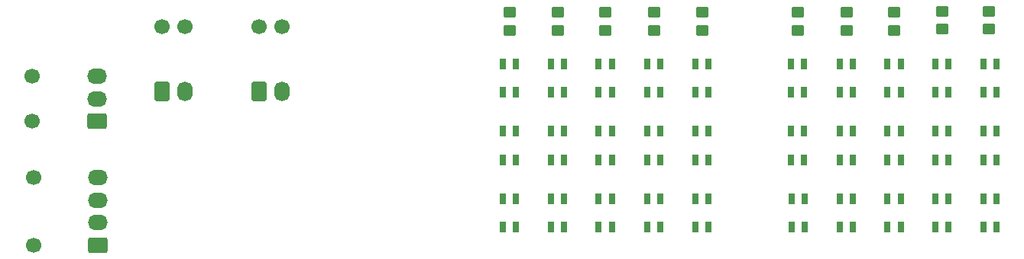
<source format=gbr>
%TF.GenerationSoftware,KiCad,Pcbnew,8.0.9-8.0.9-0~ubuntu25.04.1*%
%TF.CreationDate,2025-05-05T12:51:33-07:00*%
%TF.ProjectId,TSSI,54535349-2e6b-4696-9361-645f70636258,3*%
%TF.SameCoordinates,Original*%
%TF.FileFunction,Soldermask,Bot*%
%TF.FilePolarity,Negative*%
%FSLAX46Y46*%
G04 Gerber Fmt 4.6, Leading zero omitted, Abs format (unit mm)*
G04 Created by KiCad (PCBNEW 8.0.9-8.0.9-0~ubuntu25.04.1) date 2025-05-05 12:51:33*
%MOMM*%
%LPD*%
G01*
G04 APERTURE LIST*
G04 Aperture macros list*
%AMRoundRect*
0 Rectangle with rounded corners*
0 $1 Rounding radius*
0 $2 $3 $4 $5 $6 $7 $8 $9 X,Y pos of 4 corners*
0 Add a 4 corners polygon primitive as box body*
4,1,4,$2,$3,$4,$5,$6,$7,$8,$9,$2,$3,0*
0 Add four circle primitives for the rounded corners*
1,1,$1+$1,$2,$3*
1,1,$1+$1,$4,$5*
1,1,$1+$1,$6,$7*
1,1,$1+$1,$8,$9*
0 Add four rect primitives between the rounded corners*
20,1,$1+$1,$2,$3,$4,$5,0*
20,1,$1+$1,$4,$5,$6,$7,0*
20,1,$1+$1,$6,$7,$8,$9,0*
20,1,$1+$1,$8,$9,$2,$3,0*%
G04 Aperture macros list end*
%ADD10C,1.700000*%
%ADD11RoundRect,0.250000X0.850000X0.600000X-0.850000X0.600000X-0.850000X-0.600000X0.850000X-0.600000X0*%
%ADD12O,2.200000X1.700000*%
%ADD13RoundRect,0.250000X0.600000X-0.850000X0.600000X0.850000X-0.600000X0.850000X-0.600000X-0.850000X0*%
%ADD14O,1.700000X2.200000*%
%ADD15R,0.750000X1.150000*%
%ADD16RoundRect,0.250000X-0.450000X0.350000X-0.450000X-0.350000X0.450000X-0.350000X0.450000X0.350000X0*%
G04 APERTURE END LIST*
D10*
%TO.C,J3*%
X80570000Y-106250000D03*
X80570000Y-101250000D03*
D11*
X87750000Y-106250000D03*
D12*
X87750000Y-103750000D03*
X87750000Y-101250000D03*
%TD*%
D10*
%TO.C,J4*%
X95000000Y-95750000D03*
X97500000Y-95750000D03*
D13*
X95000000Y-102930000D03*
D14*
X97500000Y-102930000D03*
%TD*%
D10*
%TO.C,J1*%
X80710000Y-120000000D03*
X80710000Y-112500000D03*
D11*
X87890000Y-120000000D03*
D12*
X87890000Y-117500000D03*
X87890000Y-115000000D03*
X87890000Y-112500000D03*
%TD*%
D10*
%TO.C,J2*%
X105750000Y-95750000D03*
X108250000Y-95750000D03*
D13*
X105750000Y-102930000D03*
D14*
X108250000Y-102930000D03*
%TD*%
D15*
%TO.C,D57*%
X138050000Y-114850000D03*
X139500000Y-114850000D03*
X139500000Y-118000000D03*
X138050000Y-118000000D03*
%TD*%
%TO.C,D33*%
X185950000Y-114850000D03*
X187400000Y-114850000D03*
X187400000Y-118000000D03*
X185950000Y-118000000D03*
%TD*%
%TO.C,D56*%
X138050000Y-107350000D03*
X139500000Y-107350000D03*
X139500000Y-110500000D03*
X138050000Y-110500000D03*
%TD*%
%TO.C,D50*%
X148700000Y-107350000D03*
X150150000Y-107350000D03*
X150150000Y-110500000D03*
X148700000Y-110500000D03*
%TD*%
%TO.C,D54*%
X143350000Y-114850000D03*
X144800000Y-114850000D03*
X144800000Y-118000000D03*
X143350000Y-118000000D03*
%TD*%
%TO.C,D55*%
X138050000Y-99850000D03*
X139500000Y-99850000D03*
X139500000Y-103000000D03*
X138050000Y-103000000D03*
%TD*%
%TO.C,D31*%
X185950000Y-99850000D03*
X187400000Y-99850000D03*
X187400000Y-103000000D03*
X185950000Y-103000000D03*
%TD*%
%TO.C,D36*%
X180650000Y-114850000D03*
X182100000Y-114850000D03*
X182100000Y-118000000D03*
X180650000Y-118000000D03*
%TD*%
%TO.C,D40*%
X170050000Y-99850000D03*
X171500000Y-99850000D03*
X171500000Y-103000000D03*
X170050000Y-103000000D03*
%TD*%
%TO.C,D51*%
X148700000Y-114850000D03*
X150150000Y-114850000D03*
X150150000Y-118000000D03*
X148700000Y-118000000D03*
%TD*%
D16*
%TO.C,R15*%
X186600000Y-94000000D03*
X186600000Y-96000000D03*
%TD*%
%TO.C,R23*%
X138800000Y-94100000D03*
X138800000Y-96100000D03*
%TD*%
D15*
%TO.C,D38*%
X175350000Y-107350000D03*
X176800000Y-107350000D03*
X176800000Y-110500000D03*
X175350000Y-110500000D03*
%TD*%
%TO.C,D58*%
X132750000Y-99850000D03*
X134200000Y-99850000D03*
X134200000Y-103000000D03*
X132750000Y-103000000D03*
%TD*%
%TO.C,D42*%
X170050000Y-114850000D03*
X171500000Y-114850000D03*
X171500000Y-118000000D03*
X170050000Y-118000000D03*
%TD*%
%TO.C,D32*%
X185950000Y-107350000D03*
X187400000Y-107350000D03*
X187400000Y-110500000D03*
X185950000Y-110500000D03*
%TD*%
D16*
%TO.C,R21*%
X149500000Y-94100000D03*
X149500000Y-96100000D03*
%TD*%
D15*
%TO.C,D53*%
X143350000Y-107350000D03*
X144800000Y-107350000D03*
X144800000Y-110500000D03*
X143350000Y-110500000D03*
%TD*%
%TO.C,D49*%
X148700000Y-99850000D03*
X150150000Y-99850000D03*
X150150000Y-103000000D03*
X148700000Y-103000000D03*
%TD*%
%TO.C,D46*%
X154050000Y-99850000D03*
X155500000Y-99850000D03*
X155500000Y-103000000D03*
X154050000Y-103000000D03*
%TD*%
D16*
%TO.C,R22*%
X144100000Y-94100000D03*
X144100000Y-96100000D03*
%TD*%
D15*
%TO.C,D35*%
X180650000Y-107350000D03*
X182100000Y-107350000D03*
X182100000Y-110500000D03*
X180650000Y-110500000D03*
%TD*%
%TO.C,D45*%
X164700000Y-114850000D03*
X166150000Y-114850000D03*
X166150000Y-118000000D03*
X164700000Y-118000000D03*
%TD*%
%TO.C,D48*%
X154050000Y-114850000D03*
X155500000Y-114850000D03*
X155500000Y-118000000D03*
X154050000Y-118000000D03*
%TD*%
%TO.C,D60*%
X132750000Y-114850000D03*
X134200000Y-114850000D03*
X134200000Y-118000000D03*
X132750000Y-118000000D03*
%TD*%
%TO.C,D41*%
X170050000Y-107350000D03*
X171500000Y-107350000D03*
X171500000Y-110500000D03*
X170050000Y-110500000D03*
%TD*%
%TO.C,D59*%
X132750000Y-107350000D03*
X134200000Y-107350000D03*
X134200000Y-110500000D03*
X132750000Y-110500000D03*
%TD*%
D16*
%TO.C,R17*%
X176100000Y-94100000D03*
X176100000Y-96100000D03*
%TD*%
%TO.C,R18*%
X170800000Y-94100000D03*
X170800000Y-96100000D03*
%TD*%
%TO.C,R16*%
X181400000Y-94000000D03*
X181400000Y-96000000D03*
%TD*%
D15*
%TO.C,D47*%
X154050000Y-107350000D03*
X155500000Y-107350000D03*
X155500000Y-110500000D03*
X154050000Y-110500000D03*
%TD*%
%TO.C,D39*%
X175350000Y-114850000D03*
X176800000Y-114850000D03*
X176800000Y-118000000D03*
X175350000Y-118000000D03*
%TD*%
D16*
%TO.C,R19*%
X165400000Y-94100000D03*
X165400000Y-96100000D03*
%TD*%
D15*
%TO.C,D34*%
X180650000Y-99850000D03*
X182100000Y-99850000D03*
X182100000Y-103000000D03*
X180650000Y-103000000D03*
%TD*%
%TO.C,D43*%
X164650000Y-99850000D03*
X166100000Y-99850000D03*
X166100000Y-103000000D03*
X164650000Y-103000000D03*
%TD*%
D16*
%TO.C,R24*%
X133500000Y-94100000D03*
X133500000Y-96100000D03*
%TD*%
%TO.C,R20*%
X154800000Y-94100000D03*
X154800000Y-96100000D03*
%TD*%
D15*
%TO.C,D44*%
X164650000Y-107350000D03*
X166100000Y-107350000D03*
X166100000Y-110500000D03*
X164650000Y-110500000D03*
%TD*%
%TO.C,D37*%
X175350000Y-99850000D03*
X176800000Y-99850000D03*
X176800000Y-103000000D03*
X175350000Y-103000000D03*
%TD*%
%TO.C,D52*%
X143350000Y-99850000D03*
X144800000Y-99850000D03*
X144800000Y-103000000D03*
X143350000Y-103000000D03*
%TD*%
M02*

</source>
